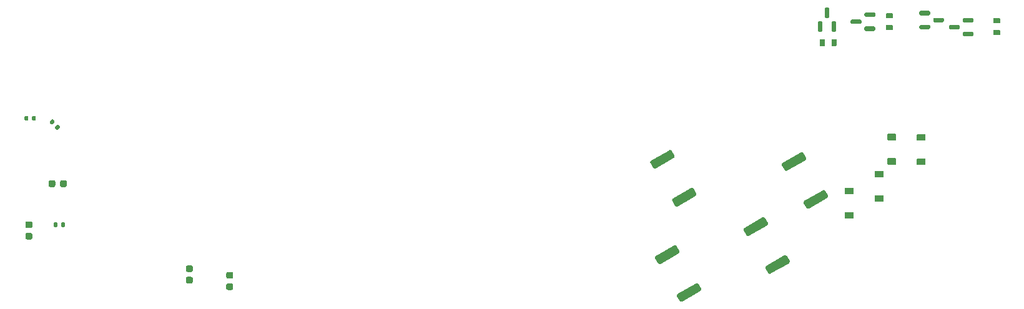
<source format=gbp>
G04 #@! TF.GenerationSoftware,KiCad,Pcbnew,8.0.7-8.0.7-0~ubuntu24.04.1*
G04 #@! TF.CreationDate,2025-01-06T00:47:06+00:00*
G04 #@! TF.ProjectId,VFRECU-VR,56465245-4355-42d5-9652-2e6b69636164,rev?*
G04 #@! TF.SameCoordinates,Original*
G04 #@! TF.FileFunction,Paste,Bot*
G04 #@! TF.FilePolarity,Positive*
%FSLAX46Y46*%
G04 Gerber Fmt 4.6, Leading zero omitted, Abs format (unit mm)*
G04 Created by KiCad (PCBNEW 8.0.7-8.0.7-0~ubuntu24.04.1) date 2025-01-06 00:47:06*
%MOMM*%
%LPD*%
G01*
G04 APERTURE LIST*
G04 APERTURE END LIST*
G04 #@! TO.C,C7*
G36*
G01*
X35036740Y35867740D02*
X35536740Y35867740D01*
G75*
G02*
X35761740Y35642740I0J-225000D01*
G01*
X35761740Y35192740D01*
G75*
G02*
X35536740Y34967740I-225000J0D01*
G01*
X35036740Y34967740D01*
G75*
G02*
X34811740Y35192740I0J225000D01*
G01*
X34811740Y35642740D01*
G75*
G02*
X35036740Y35867740I225000J0D01*
G01*
G37*
G36*
G01*
X35036740Y34317740D02*
X35536740Y34317740D01*
G75*
G02*
X35761740Y34092740I0J-225000D01*
G01*
X35761740Y33642740D01*
G75*
G02*
X35536740Y33417740I-225000J0D01*
G01*
X35036740Y33417740D01*
G75*
G02*
X34811740Y33642740I0J225000D01*
G01*
X34811740Y34092740D01*
G75*
G02*
X35036740Y34317740I225000J0D01*
G01*
G37*
G04 #@! TD*
G04 #@! TO.C,C9*
G36*
G01*
X13186920Y48090580D02*
X13186920Y47590580D01*
G75*
G02*
X12961920Y47365580I-225000J0D01*
G01*
X12511920Y47365580D01*
G75*
G02*
X12286920Y47590580I0J225000D01*
G01*
X12286920Y48090580D01*
G75*
G02*
X12511920Y48315580I225000J0D01*
G01*
X12961920Y48315580D01*
G75*
G02*
X13186920Y48090580I0J-225000D01*
G01*
G37*
G36*
G01*
X11636920Y48090580D02*
X11636920Y47590580D01*
G75*
G02*
X11411920Y47365580I-225000J0D01*
G01*
X10961920Y47365580D01*
G75*
G02*
X10736920Y47590580I0J225000D01*
G01*
X10736920Y48090580D01*
G75*
G02*
X10961920Y48315580I225000J0D01*
G01*
X11411920Y48315580D01*
G75*
G02*
X11636920Y48090580I0J-225000D01*
G01*
G37*
G04 #@! TD*
G04 #@! TO.C,R42*
G36*
G01*
X7448120Y56527800D02*
X7448120Y56897800D01*
G75*
G02*
X7583120Y57032800I135000J0D01*
G01*
X7853120Y57032800D01*
G75*
G02*
X7988120Y56897800I0J-135000D01*
G01*
X7988120Y56527800D01*
G75*
G02*
X7853120Y56392800I-135000J0D01*
G01*
X7583120Y56392800D01*
G75*
G02*
X7448120Y56527800I0J135000D01*
G01*
G37*
G36*
G01*
X8468120Y56527800D02*
X8468120Y56897800D01*
G75*
G02*
X8603120Y57032800I135000J0D01*
G01*
X8873120Y57032800D01*
G75*
G02*
X9008120Y56897800I0J-135000D01*
G01*
X9008120Y56527800D01*
G75*
G02*
X8873120Y56392800I-135000J0D01*
G01*
X8603120Y56392800D01*
G75*
G02*
X8468120Y56527800I0J135000D01*
G01*
G37*
G04 #@! TD*
G04 #@! TO.C,R16*
G36*
G01*
X117593000Y67354000D02*
X117593000Y66574000D01*
G75*
G02*
X117523000Y66504000I-70000J0D01*
G01*
X116963000Y66504000D01*
G75*
G02*
X116893000Y66574000I0J70000D01*
G01*
X116893000Y67354000D01*
G75*
G02*
X116963000Y67424000I70000J0D01*
G01*
X117523000Y67424000D01*
G75*
G02*
X117593000Y67354000I0J-70000D01*
G01*
G37*
G36*
G01*
X115993000Y67354000D02*
X115993000Y66574000D01*
G75*
G02*
X115923000Y66504000I-70000J0D01*
G01*
X115363000Y66504000D01*
G75*
G02*
X115293000Y66574000I0J70000D01*
G01*
X115293000Y67354000D01*
G75*
G02*
X115363000Y67424000I70000J0D01*
G01*
X115923000Y67424000D01*
G75*
G02*
X115993000Y67354000I0J-70000D01*
G01*
G37*
G04 #@! TD*
G04 #@! TO.C,D2*
G36*
G01*
X129564000Y50373000D02*
X128544000Y50373000D01*
G75*
G02*
X128454000Y50463000I0J90000D01*
G01*
X128454000Y51183000D01*
G75*
G02*
X128544000Y51273000I90000J0D01*
G01*
X129564000Y51273000D01*
G75*
G02*
X129654000Y51183000I0J-90000D01*
G01*
X129654000Y50463000D01*
G75*
G02*
X129564000Y50373000I-90000J0D01*
G01*
G37*
G36*
G01*
X129564000Y53673000D02*
X128544000Y53673000D01*
G75*
G02*
X128454000Y53763000I0J90000D01*
G01*
X128454000Y54483000D01*
G75*
G02*
X128544000Y54573000I90000J0D01*
G01*
X129564000Y54573000D01*
G75*
G02*
X129654000Y54483000I0J-90000D01*
G01*
X129654000Y53763000D01*
G75*
G02*
X129564000Y53673000I-90000J0D01*
G01*
G37*
G04 #@! TD*
G04 #@! TO.C,D5*
G36*
G01*
X125572000Y50400000D02*
X124552000Y50400000D01*
G75*
G02*
X124462000Y50490000I0J90000D01*
G01*
X124462000Y51210000D01*
G75*
G02*
X124552000Y51300000I90000J0D01*
G01*
X125572000Y51300000D01*
G75*
G02*
X125662000Y51210000I0J-90000D01*
G01*
X125662000Y50490000D01*
G75*
G02*
X125572000Y50400000I-90000J0D01*
G01*
G37*
G36*
G01*
X125572000Y53700000D02*
X124552000Y53700000D01*
G75*
G02*
X124462000Y53790000I0J90000D01*
G01*
X124462000Y54510000D01*
G75*
G02*
X124552000Y54600000I90000J0D01*
G01*
X125572000Y54600000D01*
G75*
G02*
X125662000Y54510000I0J-90000D01*
G01*
X125662000Y53790000D01*
G75*
G02*
X125572000Y53700000I-90000J0D01*
G01*
G37*
G04 #@! TD*
G04 #@! TO.C,R26*
G36*
G01*
X124352072Y70957000D02*
X125132072Y70957000D01*
G75*
G02*
X125202072Y70887000I0J-70000D01*
G01*
X125202072Y70327000D01*
G75*
G02*
X125132072Y70257000I-70000J0D01*
G01*
X124352072Y70257000D01*
G75*
G02*
X124282072Y70327000I0J70000D01*
G01*
X124282072Y70887000D01*
G75*
G02*
X124352072Y70957000I70000J0D01*
G01*
G37*
G36*
G01*
X124352072Y69357000D02*
X125132072Y69357000D01*
G75*
G02*
X125202072Y69287000I0J-70000D01*
G01*
X125202072Y68727000D01*
G75*
G02*
X125132072Y68657000I-70000J0D01*
G01*
X124352072Y68657000D01*
G75*
G02*
X124282072Y68727000I0J70000D01*
G01*
X124282072Y69287000D01*
G75*
G02*
X124352072Y69357000I70000J0D01*
G01*
G37*
G04 #@! TD*
G04 #@! TO.C,R41*
G36*
G01*
X10888403Y56287708D02*
X11150032Y56549337D01*
G75*
G02*
X11340950Y56549337I95459J-95459D01*
G01*
X11531869Y56358418D01*
G75*
G02*
X11531869Y56167500I-95459J-95459D01*
G01*
X11270240Y55905871D01*
G75*
G02*
X11079322Y55905871I-95459J95459D01*
G01*
X10888403Y56096790D01*
G75*
G02*
X10888403Y56287708I95459J95459D01*
G01*
G37*
G36*
G01*
X11609651Y55566460D02*
X11871280Y55828089D01*
G75*
G02*
X12062198Y55828089I95459J-95459D01*
G01*
X12253117Y55637170D01*
G75*
G02*
X12253117Y55446252I-95459J-95459D01*
G01*
X11991488Y55184623D01*
G75*
G02*
X11800570Y55184623I-95459J95459D01*
G01*
X11609651Y55375542D01*
G75*
G02*
X11609651Y55566460I95459J95459D01*
G01*
G37*
G04 #@! TD*
G04 #@! TO.C,D3*
G36*
G01*
X119794000Y43095000D02*
X118774000Y43095000D01*
G75*
G02*
X118684000Y43185000I0J90000D01*
G01*
X118684000Y43905000D01*
G75*
G02*
X118774000Y43995000I90000J0D01*
G01*
X119794000Y43995000D01*
G75*
G02*
X119884000Y43905000I0J-90000D01*
G01*
X119884000Y43185000D01*
G75*
G02*
X119794000Y43095000I-90000J0D01*
G01*
G37*
G36*
G01*
X119794000Y46395000D02*
X118774000Y46395000D01*
G75*
G02*
X118684000Y46485000I0J90000D01*
G01*
X118684000Y47205000D01*
G75*
G02*
X118774000Y47295000I90000J0D01*
G01*
X119794000Y47295000D01*
G75*
G02*
X119884000Y47205000I0J-90000D01*
G01*
X119884000Y46485000D01*
G75*
G02*
X119794000Y46395000I-90000J0D01*
G01*
G37*
G04 #@! TD*
G04 #@! TO.C,R12*
G36*
G01*
X116315586Y45900460D02*
X113847414Y44475460D01*
G75*
G02*
X113505908Y44566966I-125000J216506D01*
G01*
X113143408Y45194834D01*
G75*
G02*
X113234914Y45536340I216506J125000D01*
G01*
X115703086Y46961340D01*
G75*
G02*
X116044592Y46869834I125000J-216506D01*
G01*
X116407092Y46241966D01*
G75*
G02*
X116315586Y45900460I-216506J-125000D01*
G01*
G37*
G36*
G01*
X113353086Y51031660D02*
X110884914Y49606660D01*
G75*
G02*
X110543408Y49698166I-125000J216506D01*
G01*
X110180908Y50326034D01*
G75*
G02*
X110272414Y50667540I216506J125000D01*
G01*
X112740586Y52092540D01*
G75*
G02*
X113082092Y52001034I125000J-216506D01*
G01*
X113444592Y51373166D01*
G75*
G02*
X113353086Y51031660I-216506J-125000D01*
G01*
G37*
G04 #@! TD*
G04 #@! TO.C,C6*
G36*
G01*
X29565580Y36756740D02*
X30065580Y36756740D01*
G75*
G02*
X30290580Y36531740I0J-225000D01*
G01*
X30290580Y36081740D01*
G75*
G02*
X30065580Y35856740I-225000J0D01*
G01*
X29565580Y35856740D01*
G75*
G02*
X29340580Y36081740I0J225000D01*
G01*
X29340580Y36531740D01*
G75*
G02*
X29565580Y36756740I225000J0D01*
G01*
G37*
G36*
G01*
X29565580Y35206740D02*
X30065580Y35206740D01*
G75*
G02*
X30290580Y34981740I0J-225000D01*
G01*
X30290580Y34531740D01*
G75*
G02*
X30065580Y34306740I-225000J0D01*
G01*
X29565580Y34306740D01*
G75*
G02*
X29340580Y34531740I0J225000D01*
G01*
X29340580Y34981740D01*
G75*
G02*
X29565580Y35206740I225000J0D01*
G01*
G37*
G04 #@! TD*
G04 #@! TO.C,D4*
G36*
G01*
X123868000Y45394000D02*
X122848000Y45394000D01*
G75*
G02*
X122758000Y45484000I0J90000D01*
G01*
X122758000Y46204000D01*
G75*
G02*
X122848000Y46294000I90000J0D01*
G01*
X123868000Y46294000D01*
G75*
G02*
X123958000Y46204000I0J-90000D01*
G01*
X123958000Y45484000D01*
G75*
G02*
X123868000Y45394000I-90000J0D01*
G01*
G37*
G36*
G01*
X123868000Y48694000D02*
X122848000Y48694000D01*
G75*
G02*
X122758000Y48784000I0J90000D01*
G01*
X122758000Y49504000D01*
G75*
G02*
X122848000Y49594000I90000J0D01*
G01*
X123868000Y49594000D01*
G75*
G02*
X123958000Y49504000I0J-90000D01*
G01*
X123958000Y48784000D01*
G75*
G02*
X123868000Y48694000I-90000J0D01*
G01*
G37*
G04 #@! TD*
G04 #@! TO.C,D7*
G36*
G01*
X117371000Y68426000D02*
X117071000Y68426000D01*
G75*
G02*
X116921000Y68576000I0J150000D01*
G01*
X116921000Y69751000D01*
G75*
G02*
X117071000Y69901000I150000J0D01*
G01*
X117371000Y69901000D01*
G75*
G02*
X117521000Y69751000I0J-150000D01*
G01*
X117521000Y68576000D01*
G75*
G02*
X117371000Y68426000I-150000J0D01*
G01*
G37*
G36*
G01*
X116421000Y70301000D02*
X116121000Y70301000D01*
G75*
G02*
X115971000Y70451000I0J150000D01*
G01*
X115971000Y71626000D01*
G75*
G02*
X116121000Y71776000I150000J0D01*
G01*
X116421000Y71776000D01*
G75*
G02*
X116571000Y71626000I0J-150000D01*
G01*
X116571000Y70451000D01*
G75*
G02*
X116421000Y70301000I-150000J0D01*
G01*
G37*
G36*
G01*
X115471000Y68426000D02*
X115171000Y68426000D01*
G75*
G02*
X115021000Y68576000I0J150000D01*
G01*
X115021000Y69751000D01*
G75*
G02*
X115171000Y69901000I150000J0D01*
G01*
X115471000Y69901000D01*
G75*
G02*
X115621000Y69751000I0J-150000D01*
G01*
X115621000Y68576000D01*
G75*
G02*
X115471000Y68426000I-150000J0D01*
G01*
G37*
G04 #@! TD*
G04 #@! TO.C,R25*
G36*
G01*
X138885000Y70283000D02*
X139665000Y70283000D01*
G75*
G02*
X139735000Y70213000I0J-70000D01*
G01*
X139735000Y69653000D01*
G75*
G02*
X139665000Y69583000I-70000J0D01*
G01*
X138885000Y69583000D01*
G75*
G02*
X138815000Y69653000I0J70000D01*
G01*
X138815000Y70213000D01*
G75*
G02*
X138885000Y70283000I70000J0D01*
G01*
G37*
G36*
G01*
X138885000Y68683000D02*
X139665000Y68683000D01*
G75*
G02*
X139735000Y68613000I0J-70000D01*
G01*
X139735000Y68053000D01*
G75*
G02*
X139665000Y67983000I-70000J0D01*
G01*
X138885000Y67983000D01*
G75*
G02*
X138815000Y68053000I0J70000D01*
G01*
X138815000Y68613000D01*
G75*
G02*
X138885000Y68683000I70000J0D01*
G01*
G37*
G04 #@! TD*
G04 #@! TO.C,R18*
G36*
G01*
X98465586Y46196460D02*
X95997414Y44771460D01*
G75*
G02*
X95655908Y44862966I-125000J216506D01*
G01*
X95293408Y45490834D01*
G75*
G02*
X95384914Y45832340I216506J125000D01*
G01*
X97853086Y47257340D01*
G75*
G02*
X98194592Y47165834I125000J-216506D01*
G01*
X98557092Y46537966D01*
G75*
G02*
X98465586Y46196460I-216506J-125000D01*
G01*
G37*
G36*
G01*
X95503086Y51327660D02*
X93034914Y49902660D01*
G75*
G02*
X92693408Y49994166I-125000J216506D01*
G01*
X92330908Y50622034D01*
G75*
G02*
X92422414Y50963540I216506J125000D01*
G01*
X94890586Y52388540D01*
G75*
G02*
X95232092Y52297034I125000J-216506D01*
G01*
X95594592Y51669166D01*
G75*
G02*
X95503086Y51327660I-216506J-125000D01*
G01*
G37*
G04 #@! TD*
G04 #@! TO.C,R13*
G36*
G01*
X99118586Y33268460D02*
X96650414Y31843460D01*
G75*
G02*
X96308908Y31934966I-125000J216506D01*
G01*
X95946408Y32562834D01*
G75*
G02*
X96037914Y32904340I216506J125000D01*
G01*
X98506086Y34329340D01*
G75*
G02*
X98847592Y34237834I125000J-216506D01*
G01*
X99210092Y33609966D01*
G75*
G02*
X99118586Y33268460I-216506J-125000D01*
G01*
G37*
G36*
G01*
X96156086Y38399660D02*
X93687914Y36974660D01*
G75*
G02*
X93346408Y37066166I-125000J216506D01*
G01*
X92983908Y37694034D01*
G75*
G02*
X93075414Y38035540I216506J125000D01*
G01*
X95543586Y39460540D01*
G75*
G02*
X95885092Y39369034I125000J-216506D01*
G01*
X96247592Y38741166D01*
G75*
G02*
X96156086Y38399660I-216506J-125000D01*
G01*
G37*
G04 #@! TD*
G04 #@! TO.C,Q12*
G36*
G01*
X122832000Y70907000D02*
X122832000Y70607000D01*
G75*
G02*
X122682000Y70457000I-150000J0D01*
G01*
X121507000Y70457000D01*
G75*
G02*
X121357000Y70607000I0J150000D01*
G01*
X121357000Y70907000D01*
G75*
G02*
X121507000Y71057000I150000J0D01*
G01*
X122682000Y71057000D01*
G75*
G02*
X122832000Y70907000I0J-150000D01*
G01*
G37*
G36*
G01*
X120957000Y69957000D02*
X120957000Y69657000D01*
G75*
G02*
X120807000Y69507000I-150000J0D01*
G01*
X119632000Y69507000D01*
G75*
G02*
X119482000Y69657000I0J150000D01*
G01*
X119482000Y69957000D01*
G75*
G02*
X119632000Y70107000I150000J0D01*
G01*
X120807000Y70107000D01*
G75*
G02*
X120957000Y69957000I0J-150000D01*
G01*
G37*
G36*
G01*
X122832000Y69007000D02*
X122832000Y68707000D01*
G75*
G02*
X122682000Y68557000I-150000J0D01*
G01*
X121507000Y68557000D01*
G75*
G02*
X121357000Y68707000I0J150000D01*
G01*
X121357000Y69007000D01*
G75*
G02*
X121507000Y69157000I150000J0D01*
G01*
X122682000Y69157000D01*
G75*
G02*
X122832000Y69007000I0J-150000D01*
G01*
G37*
G04 #@! TD*
G04 #@! TO.C,C8*
G36*
G01*
X7813020Y42723200D02*
X8313020Y42723200D01*
G75*
G02*
X8538020Y42498200I0J-225000D01*
G01*
X8538020Y42048200D01*
G75*
G02*
X8313020Y41823200I-225000J0D01*
G01*
X7813020Y41823200D01*
G75*
G02*
X7588020Y42048200I0J225000D01*
G01*
X7588020Y42498200D01*
G75*
G02*
X7813020Y42723200I225000J0D01*
G01*
G37*
G36*
G01*
X7813020Y41173200D02*
X8313020Y41173200D01*
G75*
G02*
X8538020Y40948200I0J-225000D01*
G01*
X8538020Y40498200D01*
G75*
G02*
X8313020Y40273200I-225000J0D01*
G01*
X7813020Y40273200D01*
G75*
G02*
X7588020Y40498200I0J225000D01*
G01*
X7588020Y40948200D01*
G75*
G02*
X7813020Y41173200I225000J0D01*
G01*
G37*
G04 #@! TD*
G04 #@! TO.C,D6*
G36*
G01*
X128802000Y68930000D02*
X128802000Y69230000D01*
G75*
G02*
X128952000Y69380000I150000J0D01*
G01*
X130127000Y69380000D01*
G75*
G02*
X130277000Y69230000I0J-150000D01*
G01*
X130277000Y68930000D01*
G75*
G02*
X130127000Y68780000I-150000J0D01*
G01*
X128952000Y68780000D01*
G75*
G02*
X128802000Y68930000I0J150000D01*
G01*
G37*
G36*
G01*
X130677000Y69880000D02*
X130677000Y70180000D01*
G75*
G02*
X130827000Y70330000I150000J0D01*
G01*
X132002000Y70330000D01*
G75*
G02*
X132152000Y70180000I0J-150000D01*
G01*
X132152000Y69880000D01*
G75*
G02*
X132002000Y69730000I-150000J0D01*
G01*
X130827000Y69730000D01*
G75*
G02*
X130677000Y69880000I0J150000D01*
G01*
G37*
G36*
G01*
X128802000Y70830000D02*
X128802000Y71130000D01*
G75*
G02*
X128952000Y71280000I150000J0D01*
G01*
X130127000Y71280000D01*
G75*
G02*
X130277000Y71130000I0J-150000D01*
G01*
X130277000Y70830000D01*
G75*
G02*
X130127000Y70680000I-150000J0D01*
G01*
X128952000Y70680000D01*
G75*
G02*
X128802000Y70830000I0J150000D01*
G01*
G37*
G04 #@! TD*
G04 #@! TO.C,R14*
G36*
G01*
X111119586Y37056460D02*
X108651414Y35631460D01*
G75*
G02*
X108309908Y35722966I-125000J216506D01*
G01*
X107947408Y36350834D01*
G75*
G02*
X108038914Y36692340I216506J125000D01*
G01*
X110507086Y38117340D01*
G75*
G02*
X110848592Y38025834I125000J-216506D01*
G01*
X111211092Y37397966D01*
G75*
G02*
X111119586Y37056460I-216506J-125000D01*
G01*
G37*
G36*
G01*
X108157086Y42187660D02*
X105688914Y40762660D01*
G75*
G02*
X105347408Y40854166I-125000J216506D01*
G01*
X104984908Y41482034D01*
G75*
G02*
X105076414Y41823540I216506J125000D01*
G01*
X107544586Y43248540D01*
G75*
G02*
X107886092Y43157034I125000J-216506D01*
G01*
X108248592Y42529166D01*
G75*
G02*
X108157086Y42187660I-216506J-125000D01*
G01*
G37*
G04 #@! TD*
G04 #@! TO.C,Q11*
G36*
G01*
X136144000Y70164000D02*
X136144000Y69864000D01*
G75*
G02*
X135994000Y69714000I-150000J0D01*
G01*
X134819000Y69714000D01*
G75*
G02*
X134669000Y69864000I0J150000D01*
G01*
X134669000Y70164000D01*
G75*
G02*
X134819000Y70314000I150000J0D01*
G01*
X135994000Y70314000D01*
G75*
G02*
X136144000Y70164000I0J-150000D01*
G01*
G37*
G36*
G01*
X134269000Y69214000D02*
X134269000Y68914000D01*
G75*
G02*
X134119000Y68764000I-150000J0D01*
G01*
X132944000Y68764000D01*
G75*
G02*
X132794000Y68914000I0J150000D01*
G01*
X132794000Y69214000D01*
G75*
G02*
X132944000Y69364000I150000J0D01*
G01*
X134119000Y69364000D01*
G75*
G02*
X134269000Y69214000I0J-150000D01*
G01*
G37*
G36*
G01*
X136144000Y68264000D02*
X136144000Y67964000D01*
G75*
G02*
X135994000Y67814000I-150000J0D01*
G01*
X134819000Y67814000D01*
G75*
G02*
X134669000Y67964000I0J150000D01*
G01*
X134669000Y68264000D01*
G75*
G02*
X134819000Y68414000I150000J0D01*
G01*
X135994000Y68414000D01*
G75*
G02*
X136144000Y68264000I0J-150000D01*
G01*
G37*
G04 #@! TD*
G04 #@! TO.C,R1A*
G36*
G01*
X11397820Y42085360D02*
X11397820Y42455360D01*
G75*
G02*
X11532820Y42590360I135000J0D01*
G01*
X11802820Y42590360D01*
G75*
G02*
X11937820Y42455360I0J-135000D01*
G01*
X11937820Y42085360D01*
G75*
G02*
X11802820Y41950360I-135000J0D01*
G01*
X11532820Y41950360D01*
G75*
G02*
X11397820Y42085360I0J135000D01*
G01*
G37*
G36*
G01*
X12417820Y42085360D02*
X12417820Y42455360D01*
G75*
G02*
X12552820Y42590360I135000J0D01*
G01*
X12822820Y42590360D01*
G75*
G02*
X12957820Y42455360I0J-135000D01*
G01*
X12957820Y42085360D01*
G75*
G02*
X12822820Y41950360I-135000J0D01*
G01*
X12552820Y41950360D01*
G75*
G02*
X12417820Y42085360I0J135000D01*
G01*
G37*
G04 #@! TD*
M02*

</source>
